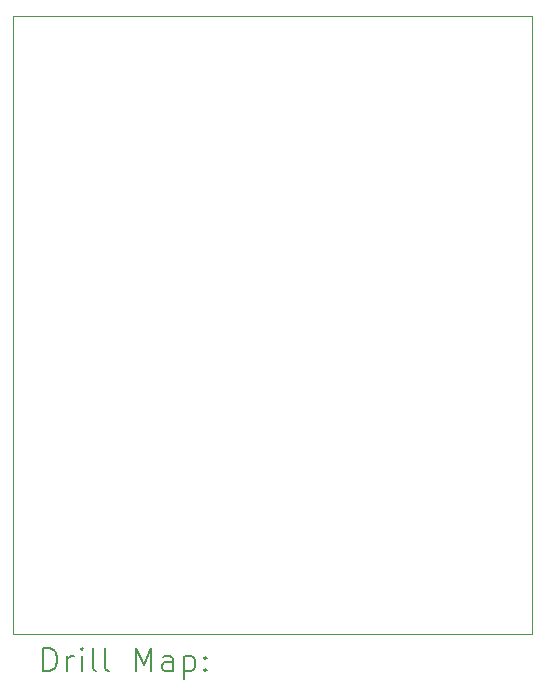
<source format=gbr>
%TF.GenerationSoftware,KiCad,Pcbnew,(6.0.9)*%
%TF.CreationDate,2022-12-10T14:47:03+01:00*%
%TF.ProjectId,Hygrometer_SMD_doubleSided,48796772-6f6d-4657-9465-725f534d445f,rev?*%
%TF.SameCoordinates,Original*%
%TF.FileFunction,Drillmap*%
%TF.FilePolarity,Positive*%
%FSLAX45Y45*%
G04 Gerber Fmt 4.5, Leading zero omitted, Abs format (unit mm)*
G04 Created by KiCad (PCBNEW (6.0.9)) date 2022-12-10 14:47:03*
%MOMM*%
%LPD*%
G01*
G04 APERTURE LIST*
%ADD10C,0.038100*%
%ADD11C,0.200000*%
G04 APERTURE END LIST*
D10*
X4455800Y-7996000D02*
X4455800Y-2763600D01*
X8850800Y-7996000D02*
X4455800Y-7996000D01*
X8849200Y-2763600D02*
X8850800Y-7996000D01*
X4455800Y-2763600D02*
X8849200Y-2763600D01*
D11*
X4711514Y-8308381D02*
X4711514Y-8108381D01*
X4759133Y-8108381D01*
X4787705Y-8117905D01*
X4806752Y-8136953D01*
X4816276Y-8156000D01*
X4825800Y-8194095D01*
X4825800Y-8222667D01*
X4816276Y-8260762D01*
X4806752Y-8279810D01*
X4787705Y-8298857D01*
X4759133Y-8308381D01*
X4711514Y-8308381D01*
X4911514Y-8308381D02*
X4911514Y-8175048D01*
X4911514Y-8213143D02*
X4921038Y-8194095D01*
X4930562Y-8184572D01*
X4949609Y-8175048D01*
X4968657Y-8175048D01*
X5035324Y-8308381D02*
X5035324Y-8175048D01*
X5035324Y-8108381D02*
X5025800Y-8117905D01*
X5035324Y-8127429D01*
X5044847Y-8117905D01*
X5035324Y-8108381D01*
X5035324Y-8127429D01*
X5159133Y-8308381D02*
X5140085Y-8298857D01*
X5130562Y-8279810D01*
X5130562Y-8108381D01*
X5263895Y-8308381D02*
X5244847Y-8298857D01*
X5235324Y-8279810D01*
X5235324Y-8108381D01*
X5492466Y-8308381D02*
X5492466Y-8108381D01*
X5559133Y-8251238D01*
X5625800Y-8108381D01*
X5625800Y-8308381D01*
X5806752Y-8308381D02*
X5806752Y-8203619D01*
X5797228Y-8184572D01*
X5778181Y-8175048D01*
X5740085Y-8175048D01*
X5721038Y-8184572D01*
X5806752Y-8298857D02*
X5787704Y-8308381D01*
X5740085Y-8308381D01*
X5721038Y-8298857D01*
X5711514Y-8279810D01*
X5711514Y-8260762D01*
X5721038Y-8241714D01*
X5740085Y-8232191D01*
X5787704Y-8232191D01*
X5806752Y-8222667D01*
X5901990Y-8175048D02*
X5901990Y-8375048D01*
X5901990Y-8184572D02*
X5921038Y-8175048D01*
X5959133Y-8175048D01*
X5978181Y-8184572D01*
X5987704Y-8194095D01*
X5997228Y-8213143D01*
X5997228Y-8270286D01*
X5987704Y-8289333D01*
X5978181Y-8298857D01*
X5959133Y-8308381D01*
X5921038Y-8308381D01*
X5901990Y-8298857D01*
X6082943Y-8289333D02*
X6092466Y-8298857D01*
X6082943Y-8308381D01*
X6073419Y-8298857D01*
X6082943Y-8289333D01*
X6082943Y-8308381D01*
X6082943Y-8184572D02*
X6092466Y-8194095D01*
X6082943Y-8203619D01*
X6073419Y-8194095D01*
X6082943Y-8184572D01*
X6082943Y-8203619D01*
M02*

</source>
